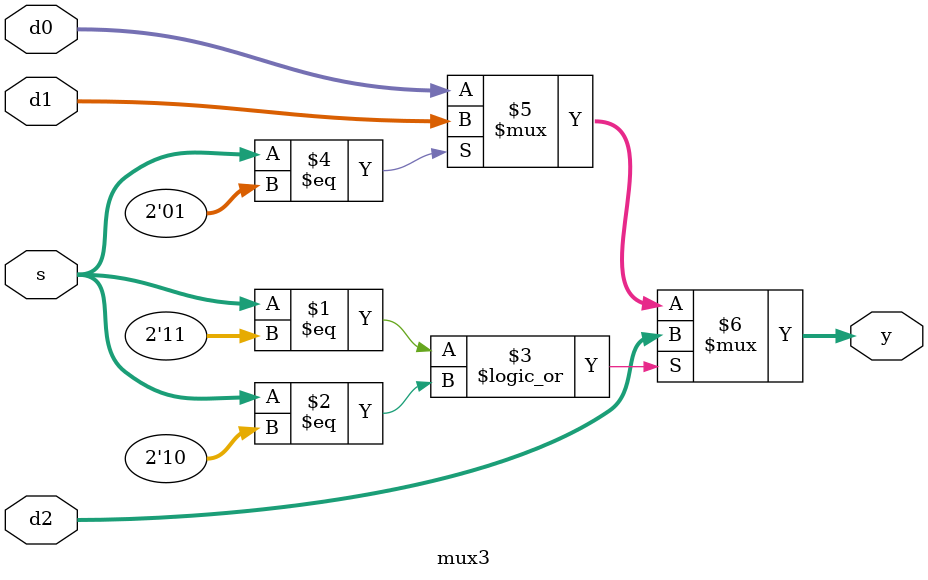
<source format=sv>
`timescale 1ns / 1ps


module mux3
    #(parameter WIDTH = 32)
    (input logic [WIDTH-1:0] d0, d1, d2,
     input logic [1:0] s,
     output logic [WIDTH-1:0] y);

     
assign y = (s == 2'b11 || s == 2'b10)? d2: (s == 2'b01) ? d1 : d0;

endmodule

</source>
